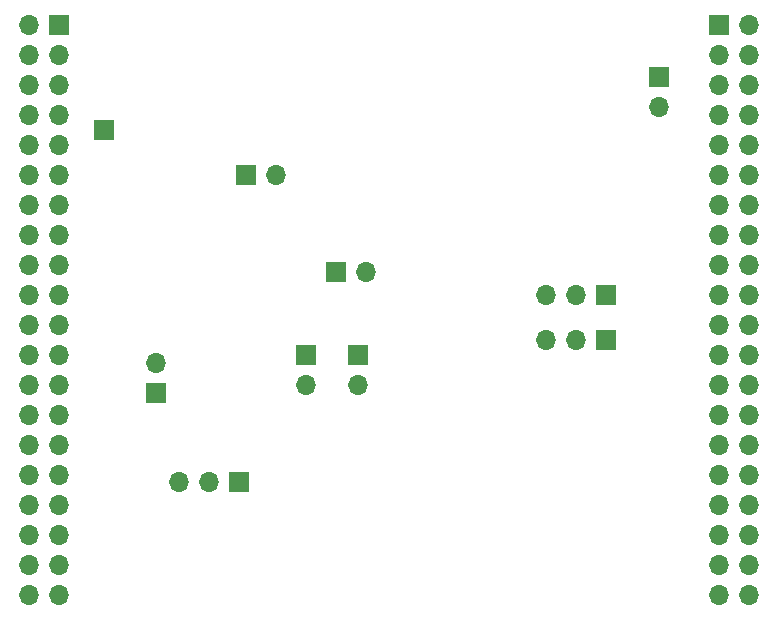
<source format=gbr>
%TF.GenerationSoftware,KiCad,Pcbnew,8.0.6-8.0.6-0~ubuntu24.04.1*%
%TF.CreationDate,2024-10-23T09:06:02-07:00*%
%TF.ProjectId,z80_sampler,7a38305f-7361-46d7-906c-65722e6b6963,1.0*%
%TF.SameCoordinates,Original*%
%TF.FileFunction,Soldermask,Bot*%
%TF.FilePolarity,Negative*%
%FSLAX46Y46*%
G04 Gerber Fmt 4.6, Leading zero omitted, Abs format (unit mm)*
G04 Created by KiCad (PCBNEW 8.0.6-8.0.6-0~ubuntu24.04.1) date 2024-10-23 09:06:02*
%MOMM*%
%LPD*%
G01*
G04 APERTURE LIST*
%ADD10R,1.700000X1.700000*%
%ADD11O,1.700000X1.700000*%
G04 APERTURE END LIST*
D10*
%TO.C,JP8*%
X96520000Y-24760000D03*
D11*
X96520000Y-27300000D03*
%TD*%
D10*
%TO.C,CONN1*%
X45720000Y-20320000D03*
D11*
X43180000Y-20320000D03*
X45720000Y-22860000D03*
X43180000Y-22860000D03*
X45720000Y-25400000D03*
X43180000Y-25400000D03*
X45720000Y-27940000D03*
X43180000Y-27940000D03*
X45720000Y-30480000D03*
X43180000Y-30480000D03*
X45720000Y-33020000D03*
X43180000Y-33020000D03*
X45720000Y-35560000D03*
X43180000Y-35560000D03*
X45720000Y-38100000D03*
X43180000Y-38100000D03*
X45720000Y-40640000D03*
X43180000Y-40640000D03*
X45720000Y-43180000D03*
X43180000Y-43180000D03*
X45720000Y-45720000D03*
X43180000Y-45720000D03*
X45720000Y-48260000D03*
X43180000Y-48260000D03*
X45720000Y-50800000D03*
X43180000Y-50800000D03*
X45720000Y-53340000D03*
X43180000Y-53340000D03*
X45720000Y-55880000D03*
X43180000Y-55880000D03*
X45720000Y-58420000D03*
X43180000Y-58420000D03*
X45720000Y-60960000D03*
X43180000Y-60960000D03*
X45720000Y-63500000D03*
X43180000Y-63500000D03*
X45720000Y-66040000D03*
X43180000Y-66040000D03*
X45720000Y-68580000D03*
X43180000Y-68580000D03*
%TD*%
D10*
%TO.C,JP2*%
X92075000Y-43180000D03*
D11*
X89535000Y-43180000D03*
X86995000Y-43180000D03*
%TD*%
D10*
%TO.C,JP5*%
X66675000Y-48260000D03*
D11*
X66675000Y-50800000D03*
%TD*%
D10*
%TO.C,JP1*%
X53975000Y-51440000D03*
D11*
X53975000Y-48900000D03*
%TD*%
D10*
%TO.C,JP3*%
X92060000Y-46990000D03*
D11*
X89520000Y-46990000D03*
X86980000Y-46990000D03*
%TD*%
D10*
%TO.C,JP7*%
X61590000Y-33020000D03*
D11*
X64130000Y-33020000D03*
%TD*%
D10*
%TO.C,CONN2*%
X101600000Y-20340000D03*
D11*
X104140000Y-20340000D03*
X101600000Y-22880000D03*
X104140000Y-22880000D03*
X101600000Y-25420000D03*
X104140000Y-25420000D03*
X101600000Y-27960000D03*
X104140000Y-27960000D03*
X101600000Y-30500000D03*
X104140000Y-30500000D03*
X101600000Y-33040000D03*
X104140000Y-33040000D03*
X101600000Y-35580000D03*
X104140000Y-35580000D03*
X101600000Y-38120000D03*
X104140000Y-38120000D03*
X101600000Y-40660000D03*
X104140000Y-40660000D03*
X101600000Y-43200000D03*
X104140000Y-43200000D03*
X101600000Y-45740000D03*
X104140000Y-45740000D03*
X101600000Y-48280000D03*
X104140000Y-48280000D03*
X101600000Y-50820000D03*
X104140000Y-50820000D03*
X101600000Y-53360000D03*
X104140000Y-53360000D03*
X101600000Y-55900000D03*
X104140000Y-55900000D03*
X101600000Y-58440000D03*
X104140000Y-58440000D03*
X101600000Y-60980000D03*
X104140000Y-60980000D03*
X101600000Y-63520000D03*
X104140000Y-63520000D03*
X101600000Y-66060000D03*
X104140000Y-66060000D03*
X101600000Y-68600000D03*
X104140000Y-68600000D03*
%TD*%
D10*
%TO.C,JP6*%
X69215000Y-41275000D03*
D11*
X71755000Y-41275000D03*
%TD*%
D10*
%TO.C,JP4*%
X71055000Y-48255000D03*
D11*
X71055000Y-50795000D03*
%TD*%
D10*
%TO.C,TP1*%
X49530000Y-29210000D03*
%TD*%
%TO.C,JP9*%
X60960000Y-59055000D03*
D11*
X58420000Y-59055000D03*
X55880000Y-59055000D03*
%TD*%
M02*

</source>
